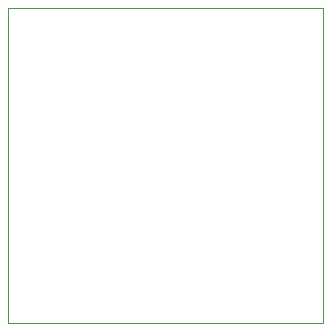
<source format=gbr>
%TF.GenerationSoftware,KiCad,Pcbnew,(5.1.6)-1*%
%TF.CreationDate,2022-09-30T16:18:59-07:00*%
%TF.ProjectId,Single VR Conditioner,53696e67-6c65-4205-9652-20436f6e6469,rev?*%
%TF.SameCoordinates,Original*%
%TF.FileFunction,Profile,NP*%
%FSLAX46Y46*%
G04 Gerber Fmt 4.6, Leading zero omitted, Abs format (unit mm)*
G04 Created by KiCad (PCBNEW (5.1.6)-1) date 2022-09-30 16:18:59*
%MOMM*%
%LPD*%
G01*
G04 APERTURE LIST*
%TA.AperFunction,Profile*%
%ADD10C,0.050000*%
%TD*%
G04 APERTURE END LIST*
D10*
X125730000Y-104648000D02*
X125730000Y-77978000D01*
X152400000Y-104648000D02*
X125730000Y-104648000D01*
X152400000Y-77978000D02*
X152400000Y-104648000D01*
X125730000Y-77978000D02*
X152400000Y-77978000D01*
M02*

</source>
